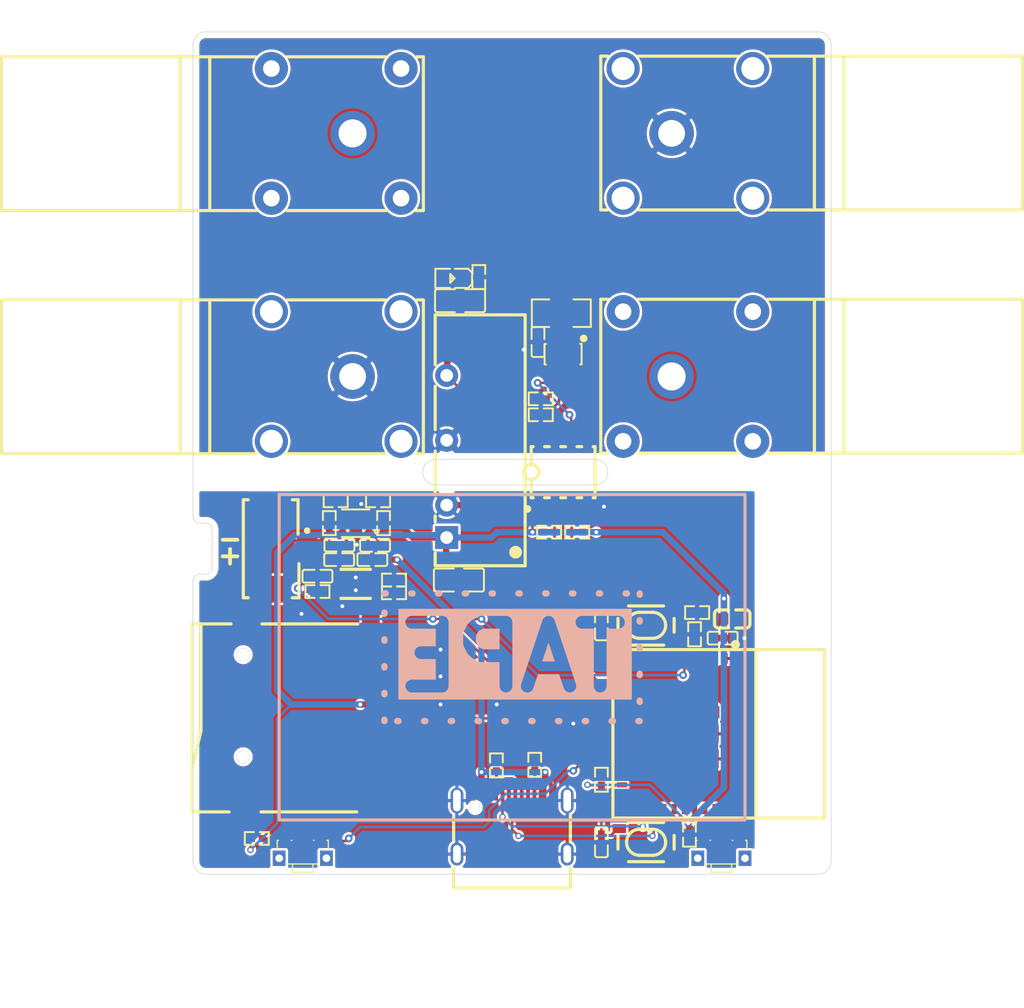
<source format=kicad_pcb>
(kicad_pcb (version 20241229) (generator "pcbnew") (generator_version "9.0")
  (layers (0 "F.Cu" signal) (2 "B.Cu" signal) (13 "F.Paste" user) (15 "B.Paste" user) (5 "F.SilkS" user "F.Silkscreen") (7 "B.SilkS" user "B.Silkscreen") (1 "F.Mask" user) (3 "B.Mask" user) (25 "Edge.Cuts" user))
  (net 0 "")
  (net 1 "GND")
  (net 2 "buttons[0].button.button.package-_3")
  (net 3 "DAT2")
  (net 4 "ILIM_VSET")
  (net 5 "buttons[0].button.button.package-_4")
  (net 6 "A8")
  (net 7 "input_connectors.black_plug-_4")
  (net 8 "input_connectors.red_plug-_4")
  (net 9 "output_connectors.red_plug-_1")
  (net 10 "input-2")
  (net 11 "input_connectors.red_plug-_3")
  (net 12 "input-1")
  (net 13 "micro_sd_card.receptacle.package.footprint.pins[0].net-net")
  (net 14 "INneg")
  (net 15 "output_connectors.red_plug-_3")
  (net 16 "ALERT")
  (net 18 "input_connectors.black_plug-_2")
  (net 19 "input_connectors.red_plug-_1")
  (net 20 "FB")
  (net 21 "B8")
  (net 22 "output_connectors.red_plug-_2")
  (net 23 "hv-2")
  (net 24 "nCE")
  (net 25 "output_connectors.black_plug-_4")
  (net 26 "DNC")
  (net 27 "hv-4")
  (net 28 "output_connectors.black_plug-_2")
  (net 29 "output_connectors.black_plug-_1")
  (net 30 "output_connectors.black_plug-_3")
  (net 31 "input_connectors.black_plug-_1")
  (net 32 "output_connectors.red_plug-_4")
  (net 33 "ISET")
  (net 34 "buttons[1].button.button.package-_4")
  (net 35 "A5")
  (net 36 "DAT1")
  (net 37 "input_connectors.black_plug-_3")
  (net 38 "TS_MR")
  (net 39 "B5")
  (net 40 "CD_DAT3")
  (net 41 "INpos")
  (net 42 "input_connectors.red_plug-_2")
  (net 43 "buttons[1].button.button.package-_3")
  (net 44 "usb_c.conn.footprint.pins[0].net-net")
  (net 45 "EN")
  (net 46 "cathode")
  (net 47 "hv-1")
  (net 48 "gnd-1")
  (net 49 "SCL2")
  (net 50 "SDA2")
  (net 51 "hv-3")
  (net 52 "microcontroller.esp32_module.package.footprint.pins[52].net-net")
  (net 53 "microcontroller.esp32_module.package.footprint.pins[6].net-net")
  (net 54 "line-6")
  (net 55 "microcontroller.esp32_module.package.footprint.pins[28].net-net")
  (net 56 "microcontroller.esp32_module.package.footprint.pins[1].net-net")
  (net 57 "microcontroller.esp32_module.package.footprint.pins[27].net-net")
  (net 58 "microcontroller.esp32_module.package.footprint.pins[50].net-net")
  (net 59 "line-2")
  (net 60 "input")
  (net 61 "microcontroller.esp32_module.package.footprint.pins[21].net-net")
  (net 62 "gnd")
  (net 63 "microcontroller.esp32_module.package.footprint.pins[17].net-net")
  (net 64 "microcontroller.esp32_module.package.footprint.pins[8].net-net")
  (net 65 "line-8")
  (net 66 "microcontroller.esp32_module.package.footprint.pins[16].net-net")
  (net 67 "microcontroller.esp32_module.package.footprint.pins[33].net-net")
  (net 68 "microcontroller.esp32_module.package.footprint.pins[20].net-net")
  (net 69 "microcontroller.esp32_module.package.footprint.pins[26].net-net")
  (net 70 "line-7")
  (net 71 "hv")
  (net 72 "output")
  (net 73 "microcontroller.esp32_module.package.footprint.pins[25].net-net")
  (net 74 "line-10")
  (net 75 "line-11")
  (net 76 "output-3")
  (net 77 "line-1")
  (net 78 "line")
  (net 79 "line-3")
  (net 80 "output-1")
  (net 81 "output-2")
  (net 82 "line-5")
  (net 83 "line-9")
  (net 84 "CD")
  (net 85 "line-4")
  (footprint "Samsung_Electro_Mechanics_CL10A226MQ8NRNC:C0603" (layer "F.Cu") (at 17.25 46 0)
    (property "Reference" "C9" (hide yes))
    (property "Value" "22µF ±20% 6.3V X5R")
  )
  (footprint "BQ25185DLHR_BQ25185DLHR:WSON-10_L2.2-W2.0-P0.40-BL-EP_TI_DLH0010A" (layer "F.Cu") (at -12.25 43.25 -90)
    (property "Reference" "U1" (hide yes))
    (property "Value" "")
  )
  (footprint "UNI_ROYAL_0402WGF1002TCE:R0402" (layer "F.Cu") (at -15.25 43.85 180)
    (property "Reference" "R2" (hide yes))
    (property "Value" "10kΩ ±1% 62.5mW")
  )
  (footprint "Espressif_Systems_ESP32_C3_MINI_1_N4:WIFIM-SMD_ESP32-C3-MINI-1" (layer "F.Cu") (at 13.5 55 -90)
    (property "Reference" "U4" (hide yes))
    (property "Value" "")
  )
  (footprint "UNI_ROYAL_0402WGF1503TCE:R0402" (layer "F.Cu") (at -14.32 38.49 90)
    (property "Reference" "R8" (hide yes))
    (property "Value" "150kΩ ±1% 62.5mW")
  )
  (footprint "UNI_ROYAL_0402WGF1002TCE:R0402" (layer "F.Cu") (at 5.1 39.2 0)
    (property "Reference" "R14" (hide yes))
    (property "Value" "10kΩ ±1% 62.5mW")
  )
  (footprint "UNI_ROYAL_0402WGF1003TCE:R0402" (layer "F.Cu") (at -13.82 36.74 0)
    (property "Reference" "R7" (hide yes))
    (property "Value" "100kΩ ±1% 62.5mW")
  )
  (footprint "Changzhou_Amass_Elec_24_245_1:ANT-TH_L33.0-W12.0_RED" (layer "F.Cu") (at -13.78 7.95 0)
    (property "Reference" "J4" (hide yes))
    (property "Value" "")
  )
  (footprint "UNI_ROYAL_0402WGF2001TCE:R0402" (layer "F.Cu") (at -10.5 36.74 180)
    (property "Reference" "R9" (hide yes))
    (property "Value" "2kΩ ±1% 62.5mW")
  )
  (footprint "Changzhou_Amass_Elec_24_245_2:ANT-TH_L33.0-W12.0_BLACK" (layer "F.Cu") (at -13.78 27 0)
    (property "Reference" "J3" (hide yes))
    (property "Value" "")
  )
  (footprint "UNI_ROYAL_0402WGF1002TCE:R0402" (layer "F.Cu") (at 14.3 47.2 90)
    (property "Reference" "R11" (hide yes))
    (property "Value" "10kΩ ±1% 62.5mW")
  )
  (footprint "UNI_ROYAL_0402WGF1002TCE:R0402" (layer "F.Cu") (at 2.25 30 180)
    (property "Reference" "R20" (hide yes))
    (property "Value" "10kΩ ±1% 62.5mW")
  )
  (footprint "jieerrui_JER1206F1R025:R1206" (layer "F.Cu") (at 3.86 22.04 180)
    (property "Reference" "R6" (hide yes))
    (property "Value" "25mΩ ±1% 1W")
  )
  (footprint "Korean_Hroparts_Elec_TF_01A:TF-SMD_TF-01A" (layer "F.Cu") (at -15.5 53.75 -90)
    (property "Reference" "Card1" (hide yes))
    (property "Value" "")
  )
  (footprint "Samsung_Electro_Mechanics_CL05A105KA5NQNC:C0402" (layer "F.Cu") (at -15.25 42.65 180)
    (property "Reference" "C1" (hide yes))
    (property "Value" "1µF ±10% 25V X5R")
  )
  (footprint "UNI_ROYAL_0402WGF1002TCE:R0402" (layer "F.Cu") (at 2.25 28.75 180)
    (property "Reference" "R19" (hide yes))
    (property "Value" "10kΩ ±1% 62.5mW")
  )
  (footprint "UNI_ROYAL_0402WGF1002TCE:R0402" (layer "F.Cu") (at -20 63.2 180)
    (property "Reference" "R5" (hide yes))
    (property "Value" "10kΩ ±1% 62.5mW")
  )
  (footprint "kinghelm_KH_TYPE_C_16P:USB-C-SMD_KH-TYPE-C-16P" (layer "F.Cu") (at 0 62 0)
    (property "Reference" "USB1" (hide yes))
    (property "Value" "")
  )
  (footprint "UNI_ROYAL_0402WGF1003TCE:R0402" (layer "F.Cu") (at -9.25 43.95 0)
    (property "Reference" "R3" (hide yes))
    (property "Value" "100kΩ ±1% 62.5mW")
  )
  (footprint "UNI_ROYAL_0402WGF1002TCE:R0402" (layer "F.Cu") (at 14.5 45.5 0)
    (property "Reference" "R13" (hide yes))
    (property "Value" "10kΩ ±1% 62.5mW")
  )
  (footprint "UNI_ROYAL_0402WGF1002TCE:R0402" (layer "F.Cu") (at 2.9 39.2 180)
    (property "Reference" "R15" (hide yes))
    (property "Value" "10kΩ ±1% 62.5mW")
  )
  (footprint "YLPTEC_B2405S_2WR3:PWRM-TH_BXXXXS-2WR3" (layer "F.Cu") (at -5.125 33.27 90)
    (property "Reference" "U5" (hide yes))
    (property "Value" "")
  )
  (footprint "TEXAS_INSTRUMENTS_ISO1640BDR:SOIC-8_L4.9-W3.9-P1.27-LS6.0-TL" (layer "F.Cu") (at 4 34.5 90)
    (property "Reference" "U6" (hide yes))
    (property "Value" "")
  )
  (footprint "TEXAS_INSTRUMENTS_INA232AIDDFR:SOT-23-8_L2.9-W1.6-P0.65-LS2.8-BR" (layer "F.Cu") (at 4 25.25 90)
    (property "Reference" "U2" (hide yes))
    (property "Value" "")
  )
  (footprint "Samsung_Electro_Mechanics_CL05A105KA5NQNC:C0402" (layer "F.Cu") (at -10.95 41.35 180)
    (property "Reference" "C3" (hide yes))
    (property "Value" "1µF ±10% 25V X5R")
  )
  (footprint "Samsung_Electro_Mechanics_CL05A105KA5NQNC:C0402" (layer "F.Cu") (at -10.734604 40.228139 180)
    (property "Reference" "C5" (hide yes))
    (property "Value" "1µF ±10% 25V X5R")
  )
  (footprint "Samsung_Electro_Mechanics_CL05B104KO5NNNC:C0402" (layer "F.Cu") (at 16.5 47.5 0)
    (property "Reference" "C12" (hide yes))
    (property "Value" "100nF ±10% 16V X7R")
  )
  (footprint "Samsung_Electro_Mechanics_CL21A106KAYNNNE:C0805" (layer "F.Cu") (at -4.075 21.06 0)
    (property "Reference" "C11" (hide yes))
    (property "Value" "10µF ±10% 25V X5R")
  )
  (footprint "TI_TLV75901PDRVR:WSON-6_L2.0-W2.0-P0.65-TL-EP" (layer "F.Cu") (at -12.25 38.5 180)
    (property "Reference" "U3" (hide yes))
    (property "Value" "")
  )
  (footprint "UNI_ROYAL_0402WGF1002TCE:R0402" (layer "F.Cu") (at 7 58.6 -90)
    (property "Reference" "R12" (hide yes))
    (property "Value" "10kΩ ±1% 62.5mW")
  )
  (footprint "ALPSALPINE_SKTDLDE010:KEY-SMD_SKTDLDE010" (layer "F.Cu") (at 16.4 64 180)
    (property "Reference" "SW1" (hide yes))
    (property "Value" "")
  )
  (footprint "UNI_ROYAL_0402WGF2001TCE:R0402" (layer "F.Cu") (at -2.605 19.21 -90)
    (property "Reference" "R18" (hide yes))
    (property "Value" "2kΩ ±1% 62.5mW")
  )
  (footprint "UNI_ROYAL_0402WGF4701TCE:R0402" (layer "F.Cu") (at 1.773595 57.43043 90)
    (property "Reference" "R17" (hide yes))
    (property "Value" "4.7kΩ ±1% 62.5mW")
  )
  (footprint "Samsung_Electro_Mechanics_CL21B225KAFNNNE:C0805" (layer "F.Cu") (at -4.165 42.95 0)
    (property "Reference" "C10" (hide yes))
    (property "Value" "2.2µF ±10% 25V X7R")
  )
  (footprint "ALPSALPINE_SKTDLDE010:KEY-SMD_SKTDLDE010" (layer "F.Cu") (at -16.4 64 180)
    (property "Reference" "SW2" (hide yes))
    (property "Value" "")
  )
  (footprint "Samsung_Electro_Mechanics_CL05B104KO5NNNC:C0402" (layer "F.Cu") (at 7 46.5 -90)
    (property "Reference" "C8" (hide yes))
    (property "Value" "100nF ±10% 16V X7R")
  )
  (footprint "UNI_ROYAL_0402WGF1002TCE:R0402" (layer "F.Cu") (at -9.25 42.95 0)
    (property "Reference" "R1" (hide yes))
    (property "Value" "10kΩ ±1% 62.5mW")
  )
  (footprint "ALPSALPINE_SKRPACE010:KEY-SMD_4P-L4.2-W3.2-P2.20-LS4.6" (layer "F.Cu") (at 10.5 63.5 180)
    (property "Reference" "SW3" (hide yes))
    (property "Value" "")
  )
  (footprint "Samsung_Electro_Mechanics_CL05B104KO5NNNC:C0402" (layer "F.Cu") (at 7 63.5 90)
    (property "Reference" "C7" (hide yes))
    (property "Value" "100nF ±10% 16V X7R")
  )
  (footprint "UNI_ROYAL_0402WGF1002TCE:R0402" (layer "F.Cu") (at 13.9 62.9 90)
    (property "Reference" "R4" (hide yes))
    (property "Value" "10kΩ ±1% 62.5mW")
  )
  (footprint "Murata_Electronics_GRM155R60J106ME44D:C0402" (layer "F.Cu") (at -13.55 41.35 0)
    (property "Reference" "C2" (hide yes))
    (property "Value" "10µF ±20% 6.3V X5R")
  )
  (footprint "MOLEX_532610271:CONN-SMD_532610271" (layer "F.Cu") (at -17.5 40.5 90)
    (property "Reference" "U7" (hide yes))
    (property "Value" "")
  )
  (footprint "Changzhou_Amass_Elec_24_245_2:ANT-TH_L33.0-W12.0_BLACK" (layer "F.Cu") (at 13.78 7.95 180)
    (property "Reference" "J1" (hide yes))
    (property "Value" "")
  )
  (footprint "Samsung_Electro_Mechanics_CL05A105KA5NQNC:C0402" (layer "F.Cu") (at -13.528652 40.210399 0)
    (property "Reference" "C6" (hide yes))
    (property "Value" "1µF ±10% 25V X5R")
  )
  (footprint "UNI_ROYAL_0402WGF1002TCE:R0402" (layer "F.Cu") (at -10.07 38.49 90)
    (property "Reference" "R10" (hide yes))
    (property "Value" "10kΩ ±1% 62.5mW")
  )
  (footprint "Samsung_Electro_Mechanics_CL05B104KO5NNNC:C0402" (layer "F.Cu") (at 2.03 24.3 -90)
    (property "Reference" "C4" (hide yes))
    (property "Value" "100nF ±10% 16V X7R")
  )
  (footprint "ALPSALPINE_SKRPACE010:KEY-SMD_4P-L4.2-W3.2-P2.20-LS4.6" (layer "F.Cu") (at 10.5 46.5 0)
    (property "Reference" "SW4" (hide yes))
    (property "Value" "")
  )
  (footprint "Changzhou_Amass_Elec_24_245_1:ANT-TH_L33.0-W12.0_RED" (layer "F.Cu") (at 13.78 27 180)
    (property "Reference" "J2" (hide yes))
    (property "Value" "")
  )
  (footprint "UNI_ROYAL_0402WGF4701TCE:R0402" (layer "F.Cu") (at -1.227051 57.477503 90)
    (property "Reference" "R16" (hide yes))
    (property "Value" "4.7kΩ ±1% 62.5mW")
  )
  (footprint "Hubei_KENTO_Elec_KT_0603G:LED0603-RD" (layer "F.Cu") (at -4.625 19.31 180)
    (property "Reference" "D1" (hide yes))
    (property "Value" "")
  )
  (footprint "EEMB_BATTERY_LP402535:EEMB_BATTERY_LP402535" (layer "B.Cu") (at 0 49 -90)
    (property "Reference" "B1" (hide yes))
    (property "Value" "")
  )
  (via (at -2.4 58) (size 0.5) (drill 0.3) (layers "F.Cu" "B.Cu") (net 23))
  (via (at -9 41.35) (size 0.5) (drill 0.3) (layers "F.Cu" "B.Cu") (net 23))
  (via (at 2.6 58) (size 0.5) (drill 0.3) (layers "F.Cu" "B.Cu") (net 23))
  (via (at 0.9 24.9) (size 0.5) (drill 0.3) (layers "F.Cu" "B.Cu") (net 48))
  (via (at 4.5 30) (size 0.6) (drill 0.3) (layers "F.Cu" "B.Cu") (net 49))
  (via (at 2 27.5) (size 0.6) (drill 0.3) (layers "F.Cu" "B.Cu") (net 49))
  (via (at 10.25 62.25) (size 0.5) (drill 0.3) (layers "F.Cu" "B.Cu") (net 54))
  (via (at -0.75 61.5) (size 0.5) (drill 0.3) (layers "F.Cu" "B.Cu") (net 54))
  (via (at -5.6 50.5) (size 0.5) (drill 0.3) (layers "F.Cu" "B.Cu") (net 62))
  (via (at -11.82 36.99) (size 0.6) (drill 0.3) (layers "F.Cu" "B.Cu") (net 62))
  (via (at -1.2 52.7) (size 0.5) (drill 0.3) (layers "F.Cu" "B.Cu") (net 62))
  (via (at -13.3 45) (size 0.5) (drill 0.3) (layers "F.Cu" "B.Cu") (net 62))
  (via (at -12.25 42.75) (size 0.5) (drill 0.3) (layers "F.Cu" "B.Cu") (net 62))
  (via (at -12.25 43.75) (size 0.5) (drill 0.3) (layers "F.Cu" "B.Cu") (net 62))
  (via (at 4.8 54.2) (size 0.5) (drill 0.3) (layers "F.Cu" "B.Cu") (net 62))
  (via (at 18.2 47.5) (size 0.5) (drill 0.3) (layers "F.Cu" "B.Cu") (net 62))
  (via (at -5.6 52.7) (size 0.5) (drill 0.3) (layers "F.Cu" "B.Cu") (net 62))
  (via (at -5.6 48.4) (size 0.5) (drill 0.3) (layers "F.Cu" "B.Cu") (net 62))
  (via (at -16.5 45.6) (size 0.5) (drill 0.3) (layers "F.Cu" "B.Cu") (net 62))
  (via (at 7.2 37.2) (size 0.5) (drill 0.3) (layers "F.Cu" "B.Cu") (net 62))
  (via (at -12.171543 40.183789) (size 0.6) (drill 0.3) (layers "F.Cu" "B.Cu") (net 62))
  (via (at 0.5 63) (size 0.5) (drill 0.3) (layers "F.Cu" "B.Cu") (net 70))
  (via (at 11 63) (size 0.5) (drill 0.3) (layers "F.Cu" "B.Cu") (net 70))
  (via (at 6.6 39.2) (size 0.5) (drill 0.3) (layers "F.Cu" "B.Cu") (net 71))
  (via (at 16.6 44.4) (size 0.5) (drill 0.3) (layers "F.Cu" "B.Cu") (net 71))
  (via (at -11.9 52.7) (size 0.5) (drill 0.3) (layers "F.Cu" "B.Cu") (net 71))
  (via (at 5.9 59) (size 0.5) (drill 0.3) (layers "F.Cu" "B.Cu") (net 71))
  (via (at 1.6 39.2) (size 0.5) (drill 0.3) (layers "F.Cu" "B.Cu") (net 71))
  (via (at 13.8 62) (size 0.6) (drill 0.3) (layers "F.Cu" "B.Cu") (net 71))
  (via (at -20.5 64.1) (size 0.5) (drill 0.3) (layers "F.Cu" "B.Cu") (net 71))
  (via (at -6.2 46) (size 0.6) (drill 0.3) (layers "F.Cu" "B.Cu") (net 79))
  (via (at -2.4 46) (size 0.6) (drill 0.3) (layers "F.Cu" "B.Cu") (net 79))
  (via (at -16.8 43.6) (size 0.6) (drill 0.3) (layers "F.Cu" "B.Cu") (net 79))
  (via (at 13.4 50.4) (size 0.6) (drill 0.3) (layers "F.Cu" "B.Cu") (net 79))
  (via (at 4.8 57.9) (size 0.6) (drill 0.3) (layers "F.Cu" "B.Cu") (net 81))
  (via (at -12.8 63.2) (size 0.6) (drill 0.3) (layers "F.Cu" "B.Cu") (net 81))
  (zone (net 23) (net_name "hv-2") (layers "F.Cu") (priority 4) (connect_pads yes (clearance 0.2)) (min_thickness 0.2) (fill yes (thermal_gap 0.2) (thermal_bridge_width 0.2))
    (polygon (pts (xy -11.65 42.65) (xy -11.65 41.95) (xy -10.95 41.95) (xy -10.95 40.85) (xy -9.75 40.85) (xy -9.75 41.85) (xy -10.75 42.65)))
  )
  (zone (net 62) (net_name "gnd") (layers "F.Cu") (connect_pads (clearance 0.2)) (min_thickness 0.2) (fill yes (thermal_gap 0.2) (thermal_bridge_width 0.2))
    (polygon (pts (xy 19.1 44.8) (xy 19.1 65.2) (xy 6.5 65.2) (xy 6.5 44.8)))
  )
  (zone (net 27) (net_name "hv-4") (layers "F.Cu") (priority 3) (connect_pads yes (clearance 0.2)) (min_thickness 0.2) (fill yes (thermal_gap 0.2) (thermal_bridge_width 0.2))
    (polygon (pts (xy -12.85 42.65) (xy -12.85 41.95) (xy -13.55 41.95) (xy -13.55 40.85) (xy -14.75 40.85) (xy -14.75 41.85) (xy -13.75 42.65)))
  )
  (zone (net 62) (net_name "gnd") (layers "F.Cu") (priority 2) (connect_pads yes (clearance 0.2)) (min_thickness 0.2) (fill yes (thermal_gap 0.2) (thermal_bridge_width 0.2))
    (polygon (pts (xy -10.95 40.85) (xy -13.55 40.85) (xy -13.55 41.95) (xy -12.85 41.95) (xy -12.85 43.85) (xy -13.55 43.85) (xy -13.55 44.55) (xy -11.65 44.55) (xy -11.65 41.95) (xy -10.95 41.95)))
  )
  (zone (net 62) (net_name "gnd") (layers "F.Cu" "B.Cu") (connect_pads (clearance 0.2)) (min_thickness 0.2) (fill yes (thermal_gap 0.2) (thermal_bridge_width 0.25))
    (polygon (pts (xy -27.5 72) (xy 26.5 72) (xy 26.5 35.5) (xy -27.5 35.5)))
  )
  (zone (net 48) (net_name "gnd-1") (layers "F.Cu" "B.Cu") (priority 1) (connect_pads (clearance 0.2)) (min_thickness 0.2) (fill yes (thermal_gap 0.2) (thermal_bridge_width 0.5))
    (polygon (pts (xy -27.5 33.5) (xy 26.5 33.5) (xy 26.5 -2.5) (xy -27.5 -2.5)))
  )
  (zone (net 0) (net_name "") (layers "F.Cu" "B.Cu") (name "isolation") (connect_pads (clearance 0)) (min_thickness 0.25) (fill (thermal_gap 0.5) (thermal_bridge_width 0.5))
    (keepout (tracks not_allowed) (vias not_allowed) (pads not_allowed) (copperpour not_allowed) (footprints allowed))
    (polygon (pts (xy -27.5 33) (xy 26.5 33) (xy 26.5 36) (xy -27.5 36)))
  )
  (segment (start -10.35 43.65) (end -10.05 43.95) (width 0.2) (net 4) (layer "F.Cu"))
  (segment (start -11.2 43.65) (end -10.35 43.65) (width 0.2) (net 4) (layer "F.Cu"))
  (segment (start -10.05 43.95) (end -9.68 43.95) (width 0.2) (net 4) (layer "F.Cu"))
  (segment (start -19.59 63.2) (end -19.39 63.4) (width 0.2) (net 10) (layer "F.Cu"))
  (segment (start -19.57 63.2) (end -17.99 63.2) (width 0.2) (net 10) (layer "F.Cu"))
  (segment (start 15.01 63.4) (end 13.97 63.4) (width 0.2) (net 12) (layer "F.Cu"))
  (segment (start 13.97 63.4) (end 13.9 63.33) (width 0.2) (net 12) (layer "F.Cu"))
  (segment (start 2.38 22.04) (end 2.38 18.88) (width 1) (net 14) (layer "F.Cu"))
  (segment (start -12.5 7.95) (end -5.55 7.95) (width 4) (net 14) (layer "F.Cu"))
  (segment (start 2.25 15.75) (end 2.25 18.75) (width 4) (net 14) (layer "F.Cu"))
  (segment (start -5.55 7.95) (end 2.25 15.75) (width 4) (net 14) (layer "F.Cu"))
  (segment (start 4.33 24.02) (end 4.33 23.195) (width 0.2) (net 14) (layer "F.Cu"))
  (segment (start 3.175 22.04) (end 2.38 22.04) (width 0.2) (net 14) (layer "F.Cu"))
  (segment (start 4.33 23.195) (end 3.175 22.04) (width 0.2) (net 14) (layer "F.Cu"))
  (segment (start 2.38 18.88) (end 2.25 18.75) (width 1) (net 14) (layer "F.Cu"))
  (segment (start -10.07 38.06) (end -10.07 36.74) (width 0.15) (net 20) (layer "F.Cu"))
  (segment (start -11.015 38.5) (end -10.575 38.06) (width 0.15) (net 20) (layer "F.Cu"))
  (segment (start -10.575 38.06) (end -10.07 38.06) (width 0.15) (net 20) (layer "F.Cu"))
  (segment (start -11.22 38.5) (end -11.015 38.5) (width 0.15) (net 20) (layer "F.Cu"))
  (segment (start -2.4 58.4) (end -2.449 58.449) (width 0.5) (net 23) (layer "F.Cu"))
  (segment (start -2.4 58) (end -2.4 58.4) (width 0.5) (net 23) (layer "F.Cu"))
  (segment (start -10.4 41.35) (end -9 41.35) (width 0.5) (net 23) (layer "F.Cu"))
  (segment (start 2.449 58.479) (end 2.449 59.58) (width 0.5) (net 23) (layer "F.Cu"))
  (segment (start -2.449 58.449) (end -2.449 59.58) (width 0.5) (net 23) (layer "F.Cu"))
  (segment (start 2.6 58) (end 2.6 58.34743) (width 0.5) (net 23) (layer "F.Cu"))
  (segment (start 2.475165 58.452835) (end 2.449 58.479) (width 0.5) (net 23) (layer "F.Cu"))
  (segment (start 2.494595 58.452835) (end 2.475165 58.452835) (width 0.5) (net 23) (layer "F.Cu"))
  (segment (start 2.6 58.34743) (end 2.494595 58.452835) (width 0.5) (net 23) (layer "F.Cu"))
  (segment (start -9 41.35) (end -2.4 47.95) (width 0.5) (net 23) (layer "B.Cu"))
  (segment (start -2.4 58) (end 2.6 58) (width 0.5) (net 23) (layer "B.Cu"))
  (segment (start -2.4 47.95) (end -2.4 58) (width 0.5) (net 23) (layer "B.Cu"))
  (segment (start -13.949 43.65) (end -13.3 43.65) (width 0.2) (net 24) (layer "F.Cu"))
  (segment (start -14.82 43.85) (end -14.149 43.85) (width 0.2) (net 24) (layer "F.Cu"))
  (segment (start -14.149 43.85) (end -13.949 43.65) (width 0.2) (net 24) (layer "F.Cu"))
  (segment (start -14.1 40.231747) (end -14.078652 40.210399) (width 0.4) (net 27) (layer "F.Cu"))
  (segment (start -14.32 38.92) (end -14.32 39.969051) (width 0.15) (net 27) (layer "F.Cu"))
  (segment (start -13.3 39.17) (end -13.28 39.15) (width 0.15) (net 27) (layer "F.Cu"))
  (segment (start -14.1 41.35) (end -14.1 40.231747) (width 0.4) (net 27) (layer "F.Cu"))
  (segment (start -14.07 39.17) (end -13.3 39.17) (width 0.15) (net 27) (layer "F.Cu"))
  (segment (start -14.32 38.92) (end -14.07 39.17) (width 0.15) (net 27) (layer "F.Cu"))
  (segment (start -14.32 39.969051) (end -14.078652 40.210399) (width 0.15) (net 27) (layer "F.Cu"))
  (segment (start -10.35 43.25) (end -10.05 42.95) (width 0.2) (net 33) (layer "F.Cu"))
  (segment (start -11.2 43.25) (end -10.35 43.25) (width 0.2) (net 33) (layer "F.Cu"))
  (segment (start -10.05 42.95) (end -9.68 42.95) (width 0.2) (net 33) (layer "F.Cu"))
  (segment (start -1.227051 59.557051) (end -1.25 59.58) (width 0.25) (net 35) (layer "F.Cu"))
  (segment (start -1.227051 57.987503) (end -1.227051 59.557051) (width 0.25) (net 35) (layer "F.Cu"))
  (segment (start 1.773595 57.94043) (end 1.773595 59.556405) (width 0.25) (net 39) (layer "F.Cu"))
  (segment (start 1.773595 59.556405) (end 1.75 59.58) (width 0.25) (net 39) (layer "F.Cu"))
  (segment (start 4.98 24.02) (end 4.98 22.4) (width 0.2) (net 41) (layer "F.Cu"))
  (segment (start 8 25.75) (end 9.25 27) (width 4) (net 41) (layer "F.Cu"))
  (segment (start 4.98 22.4) (end 5.34 22.04) (width 0.2) (net 41) (layer "F.Cu"))
  (segment (start 8 24.75) (end 8 25.75) (width 1) (net 41) (layer "F.Cu"))
  (segment (start 9.25 27) (end 12.5 27) (width 4) (net 41) (layer "F.Cu"))
  (segment (start 5.34 22.04) (end 5.34 22.34) (width 1) (net 41) (layer "F.Cu"))
  (segment (start 5.34 22.04) (end 5.34 22.09) (width 1) (net 41) (layer "F.Cu"))
  (segment (start 5.34 22.09) (end 8 24.75) (width 1) (net 41) (layer "F.Cu"))
  (segment (start -13.28 37.85) (end -13.86 37.85) (width 0.15) (net 45) (layer "F.Cu"))
  (segment (start -14.07 38.06) (end -14.32 38.06) (width 0.15) (net 45) (layer "F.Cu"))
  (segment (start -14.25 37.99) (end -14.32 38.06) (width 0.15) (net 45) (layer "F.Cu"))
  (segment (start -14.25 36.74) (end -14.25 37.99) (width 0.15) (net 45) (layer "F.Cu"))
  (segment (start -13.86 37.85) (end -14.07 38.06) (width 0.15) (net 45) (layer "F.Cu"))
  (segment (start -2.605 18.78) (end -3.295 18.78) (width 0.15) (net 46) (layer "F.Cu"))
  (segment (start -3.295 18.78) (end -3.825 19.31) (width 0.15) (net 46) (layer "F.Cu"))
  (segment (start -3.615 19.52) (end -3.825 19.31) (width 0.15) (net 46) (layer "F.Cu"))
  (segment (start -5.075 23.75) (end -5.075 26.87) (width 0.5) (net 47) (layer "F.Cu"))
  (segment (start 1.82 30.57) (end 1.82 30) (width 0.2) (net 47) (layer "F.Cu"))
  (segment (start -3.295 28.75) (end -5.125 26.92) (width 0.2) (net 47) (layer "F.Cu"))
  (segment (start 1.82 28.75) (end -3.295 28.75) (width 0.2) (net 47) (layer "F.Cu"))
  (segment (start 3.001805 23.75) (end 3.02 23.768195) (width 0.2) (net 47) (layer "F.Cu"))
  (segment (start 2.03 23.75) (end -5.075 23.75) (width 0.2) (net 47) (layer "F.Cu"))
  (segment (start 1.82 30) (end 1.82 28.75) (width 0.2) (net 47) (layer "F.Cu"))
  (segment (start -5.075 26.87) (end -5.125 26.92) (width 0.15) (net 47) (layer "F.Cu"))
  (segment (start -5.425 20.71) (end -5.075 21.06) (width 0.15) (net 47) (layer "F.Cu"))
  (segment (start 2.03 23.75) (end 3.001805 23.75) (width 0.2) (net 47) (layer "F.Cu"))
  (segment (start 3.02 23.768195) (end 3.02 24.02) (width 0.2) (net 47) (layer "F.Cu"))
  (segment (start 2.1 30.85) (end 1.82 30.57) (width 0.2) (net 47) (layer "F.Cu"))
  (segment (start 2.1 31.76) (end 2.1 30.85) (width 0.2) (net 47) (layer "F.Cu"))
  (segment (start -5.425 19.31) (end -5.425 20.71) (width 0.15) (net 47) (layer "F.Cu"))
  (segment (start -5.075 21.06) (end -5.075 23.75) (width 0.5) (net 47) (layer "F.Cu"))
  (segment (start 2.126 24.946) (end 3.217166 24.946) (width 0.2) (net 48) (layer "F.Cu"))
  (segment (start -2.605 19.64) (end -2.605 20.59) (width 0.15) (net 48) (layer "F.Cu"))
  (segment (start 3.217166 24.946) (end 3.68 24.483166) (width 0.2) (net 48) (layer "F.Cu"))
  (segment (start 2.03 24.85) (end 2.126 24.946) (width 0.2) (net 48) (layer "F.Cu"))
  (segment (start 3.68 24.483166) (end 3.68 24.02) (width 0.2) (net 48) (layer "F.Cu"))
  (segment (start -2.605 20.59) (end -3.075 21.06) (width 0.15) (net 48) (layer "F.Cu"))
  (segment (start 3.02 26.48) (end 3.02 27.5) (width 0.2) (net 49) (layer "F.Cu"))
  (segment (start 3.02 27.5) (end 3.02 28.41) (width 0.2) (net 49) (layer "F.Cu"))
  (segment (start 4.63 30.13) (end 4.5 30) (width 0.2) (net 49) (layer "F.Cu"))
  (segment (start 3.02 28.41) (end 2.68 28.75) (width 0.2) (net 49) (layer "F.Cu"))
  (segment (start 4.63 31.76) (end 4.63 30.13) (width 0.2) (net 49) (layer "F.Cu"))
  (segment (start 2 27.5) (end 3.02 27.5) (width 0.2) (net 49) (layer "F.Cu"))
  (segment (start 4.5 30) (end 2 27.5) (width 0.2) (net 49) (layer "B.Cu"))
  (segment (start 3.37 31.76) (end 3.37 30.69) (width 0.2) (net 50) (layer "F.Cu"))
  (segment (start 3.68 29) (end 3.68 26.48) (width 0.2) (net 50) (layer "F.Cu"))
  (segment (start 3.37 30.69) (end 2.68 30) (width 0.2) (net 50) (layer "F.Cu"))
  (segment (start 2.68 30) (end 3.68 29) (width 0.2) (net 50) (layer "F.Cu"))
  (segment (start -14.7 42.5) (end -14.7 42.65) (width 0.4) (net 51) (layer "F.Cu"))
  (segment (start -15.88 41.12) (end -15.1 41.9) (width 0.4) (net 51) (layer "F.Cu"))
  (segment (start -15.1 42.1) (end -14.7 42.5) (width 0.4) (net 51) (layer "F.Cu"))
  (segment (start -13.3 42.85) (end -13.95 42.85) (width 0.2) (net 51) (layer "F.Cu"))
  (segment (start -13.95 42.85) (end -14.15 42.65) (width 0.2) (net 51) (layer "F.Cu"))
  (segment (start -16.05 41.12) (end -15.88 41.12) (width 0.4) (net 51) (layer "F.Cu"))
  (segment (start -14.15 42.65) (end -14.7 42.65) (width 0.2) (net 51) (layer "F.Cu"))
  (segment (start -15.1 41.9) (end -15.1 42.1) (width 0.4) (net 51) (layer "F.Cu"))
  (segment (start 10.3 60.9) (end 10.3 62.2) (width 0.2) (net 54) (layer "F.Cu"))
  (segment (start 0.25 58.75) (end 0 58.5) (width 0.2) (net 54) (layer "F.Cu"))
  (segment (start -0.75 61.5) (end -0.75 59.58) (width 0.2) (net 54) (layer "F.Cu"))
  (segment (start 0.25 59.58) (end 0.25 58.75) (width 0.2) (net 54) (layer "F.Cu"))
  (segment (start -0.75 58.75) (end -0.75 59.58) (width 0.2) (net 54) (layer "F.Cu"))
  (segment (start 10.3 62.2) (end 10.25 62.25) (width 0.2) (net 54) (layer "F.Cu"))
  (segment (start 0 58.5) (end -0.5 58.5) (width 0.2) (net 54) (layer "F.Cu"))
  (segment (start -0.5 58.5) (end -0.75 58.75) (width 0.2) (net 54) (layer "F.Cu"))
  (segment (start 10.25 62.25) (end 0 62.25) (width 0.2) (net 54) (layer "B.Cu"))
  (segment (start 0 62.25) (end -0.75 61.5) (width 0.2) (net 54) (layer "B.Cu"))
  (segment (start 14.3 47.63) (end 14.3 49.1) (width 0.2) (net 59) (layer "F.Cu"))
  (segment (start 14 45.43) (end 14.07 45.5) (width 0.2) (net 60) (layer "F.Cu"))
  (segment (start 7.75 45.95) (end 7 45.95) (width 0.2) (net 60) (layer "F.Cu"))
  (segment (start 8.4 45.43) (end 8.27 45.43) (width 0.2) (net 60) (layer "F.Cu"))
  (segment (start 8.27 45.43) (end 7.75 45.95) (width 0.2) (net 60) (layer "F.Cu"))
  (segment (start 12.6 45.43) (end 14 45.43) (width 0.2) (net 60) (layer "F.Cu"))
  (segment (start 15.48 53.02) (end 16.3 52.2) (width 0.2) (net 62) (layer "F.Cu"))
  (segment (start -11.284604 40.228139) (end -12.960912 40.228139) (width 0.15) (net 62) (layer "F.Cu"))
  (segment (start 7.75 64.05) (end 7 64.05) (width 0.2) (net 62) (layer "F.Cu"))
  (segment (start -5.125 37.08) (end -3.845 37.08) (width 0.5) (net 62) (layer "F.Cu"))
  (segment (start -12.171543 40.183789) (end -12.25 40.105332) (width 0.15) (net 62) (layer "F.Cu"))
  (segment (start -11.22 37.85) (end -11.22 37.59) (width 0.15) (net 62) (layer "F.Cu"))
  (segment (start -12.25 40.105332) (end -12.25 38.5) (width 0.15) (net 62) (layer "F.Cu"))
  (segment (start 8.27 64.57) (end 7.75 64.05) (width 0.2) (net 62) (layer "F.Cu"))
  (segment (start -13.39 36.74) (end -12.07 36.74) (width 0.15) (net 62) (layer "F.Cu"))
  (segment (start -12.25 38.5) (end -12.25 37.42) (width 0.15) (net 62) (layer "F.Cu"))
  (segment (start -3.165 37.76) (end -3.165 42.95) (width 0.5) (net 62) (layer "F.Cu"))
  (segment (start -12.07 36.74) (end -11.82 36.99) (width 0.15) (net 62) (layer "F.Cu"))
  (segment (start -12.960912 40.228139) (end -12.978652 40.210399) (width 0.15) (net 62) (layer "F.Cu"))
  (segment (start -3.845 37.08) (end -3.165 37.76) (width 0.5) (net 62) (layer "F.Cu"))
  (segment (start -11.57 36.74) (end -11.82 36.99) (width 0.15) (net 62) (layer "F.Cu"))
  (segment (start -10.93 36.74) (end -11.57 36.74) (width 0.15) (net 62) (layer "F.Cu"))
  (segment (start 8.4 64.57) (end 8.27 64.57) (width 0.2) (net 62) (layer "F.Cu"))
  (segment (start -11.22 37.59) (end -11.82 36.99) (width 0.15) (net 62) (layer "F.Cu"))
  (segment (start -12.25 37.42) (end -11.82 36.99) (width 0.15) (net 62) (layer "F.Cu"))
  (segment (start 11.1 60.9) (end 11.1 62.9) (width 0.2) (net 70) (layer "F.Cu"))
  (segment (start 0.75 60.5) (end 0.75 59.58) (width 0.2) (net 70) (layer "F.Cu"))
  (segment (start -0.25 60.5) (end 0 60.75) (width 0.2) (net 70) (layer "F.Cu"))
  (segment (start 11.1 62.9) (end 11 63) (width 0.2) (net 70) (layer "F.Cu"))
  (segment (start 0.5 60.75) (end 0.75 60.5) (width 0.2) (net 70) (layer "F.Cu"))
  (segment (start 0.5 63) (end 0 62.5) (width 0.2) (net 70) (layer "F.Cu"))
  (segment (start -0.25 59.58) (end -0.25 60.5) (width 0.2) (net 70) (layer "F.Cu"))
  (segment (start 0 62.5) (end 0 60.75) (width 0.2) (net 70) (layer "F.Cu"))
  (segment (start 0 60.75) (end 0.5 60.75) (width 0.2) (net 70) (layer "F.Cu"))
  (segment (start 11 63) (end 0.5 63) (width 0.2) (net 70) (layer "B.Cu"))
  (segment (start 5.53 39.2) (end 6.6 39.2) (width 0.2) (net 71) (layer "F.Cu"))
  (segment (start 15.95 46.6) (end 16.55 46) (width 0.4) (net 71) (layer "F.Cu"))
  (segment (start 2.1 38.2) (end 1.6 38.7) (width 0.2) (net 71) (layer "F.Cu"))
  (segment (start 2.1 37.24) (end 2.1 38.2) (width 0.2) (net 71) (layer "F.Cu"))
  (segment (start 2.47 39.2) (end 1.6 39.2) (width 0.2) (net 71) (layer "F.Cu"))
  (segment (start 14.93 45.5) (end 14.93 46.74) (width 0.2) (net 71) (layer "F.Cu"))
  (segment (start -10.3 39.15) (end -10.07 38.92) (width 0.15) (net 71) (layer "F.Cu"))
  (segment (start -5.165 42.95) (end -5.165 39.66) (width 0.5) (net 71) (layer "F.Cu"))
  (segment (start 13.9 62.1) (end 13.8 62) (width 0.2) (net 71) (layer "F.Cu"))
  (segment (start 14.93 46.74) (end 14.9 46.77) (width 0.2) (net 71) (layer "F.Cu"))
  (segment (start -8.48 38.92) (end -7.78 39.62) (width 0.5) (net 71) (layer "F.Cu"))
  (segment (start 13.9 62.47) (end 13.9 62.1) (width 0.2) (net 71) (layer "F.Cu"))
  (segment (start -7.78 39.62) (end -5.125 39.62) (width 0.5) (net 71) (layer "F.Cu"))
  (segment (start -5.165 39.66) (end -5.125 39.62) (width 0.15) (net 71) (layer "F.Cu"))
  (segment (start -20.5 64.1) (end -20.5 63.27) (width 0.2) (net 71) (layer "F.Cu"))
  (segment (start 5.93 59.03) (end 5.9 59) (width 0.2) (net 71) (layer "F.Cu"))
  (segment (start 14.3 46.77) (end 14.9 46.77) (width 0.2) (net 71) (layer "F.Cu"))
  (segment (start 15.9 49.1) (end 15.9 47.55) (width 0.4) (net 71) (layer "F.Cu"))
  (segment (start 16.6 44.4) (end 16.6 45.95) (width 0.5) (net 71) (layer "F.Cu"))
  (segment (start -11.22 39.15) (end -10.3 39.15) (width 0.15) (net 71) (layer "F.Cu"))
  (segment (start 7 59.03) (end 5.93 59.03) (width 0.2) (net 71) (layer "F.Cu"))
  (segment (start -10.184604 40.228139) (end -10.184604 40.185396) (width 0.15) (net 71) (layer "F.Cu"))
  (segment (start 16.6 45.95) (end 16.55 46) (width 0.5) (net 71) (layer "F.Cu"))
  (segment (start 1.6 38.7) (end 1.6 39.2) (width 0.2) (net 71) (layer "F.Cu"))
  (segment (start 15.95 47.5) (end 15.95 46.6) (width 0.4) (net 71) (layer "F.Cu"))
  (segment (start -10.07 38.92) (end -8.48 38.92) (width 0.5) (net 71) (layer "F.Cu"))
  (segment (start -20.5 63.27) (end -20.43 63.2) (width 0.2) (net 71) (layer "F.Cu"))
  (segment (start 14.9 46.77) (end 15.78 46.77) (width 0.2) (net 71) (layer "F.Cu"))
  (segment (start -11.9 52.7) (end -10.23 52.7) (width 0.5) (net 71) (layer "F.Cu"))
  (segment (start 15.9 47.55) (end 15.95 47.5) (width 0.4) (net 71) (layer "F.Cu"))
  (segment (start 15.78 46.77) (end 15.95 46.6) (width 0.2) (net 71) (layer "F.Cu"))
  (segment (start -10.23 52.7) (end -10.22 52.69) (width 0.5) (net 71) (layer "F.Cu"))
  (segment (start -10.184604 40.185396) (end -11.22 39.15) (width 0.15) (net 71) (layer "F.Cu"))
  (segment (start -5.125 39.62) (end -1.62 39.62) (width 0.5) (net 71) (layer "B.Cu"))
  (segment (start -1.62 39.62) (end -1.4 39.4) (width 0.5) (net 71) (layer "B.Cu"))
  (segment (start -5.312211 39.432789) (end -17.032789 39.432789) (width 0.5) (net 71) (layer "B.Cu"))
  (segment (start -17.3 52.7) (end -18.4 53.8) (width 0.2) (net 71) (layer "B.Cu"))
  (segment (start -1.2 39.2) (end 1.6 39.2) (width 0.5) (net 71) (layer "B.Cu"))
  (segment (start 16.6 44.4) (end 16.6 59.2) (width 0.5) (net 71) (layer "B.Cu"))
  (segment (start -17.032789 39.432789) (end -18.1 40.5) (width 0.5) (net 71) (layer "B.Cu"))
  (segment (start 16.6 59.2) (end 13.8 62) (width 0.5) (net 71) (layer "B.Cu"))
  (segment (start -18.4 60.9) (end -18.4 62) (width 0.2) (net 71) (layer "B.Cu"))
  (segment (start 16.4 43.8) (end 16.6 44) (width 0.5) (net 71) (layer "B.Cu"))
  (segment (start 6.6 39.2) (end 7.4 39.2) (width 0.5) (net 71) (layer "B.Cu"))
  (segment (start -18.4 51.5) (end -18.4 51.6) (width 0.5) (net 71) (layer "B.Cu"))
  (segment (start -18.4 51.6) (end -17.7 52.3) (width 0.5) (net 71) (layer "B.Cu"))
  (segment (start -18.4 62) (end -20.5 64.1) (width 0.2) (net 71) (layer "B.Cu"))
  (segment (start 5.9 59) (end 10.8 59) (width 0.2) (net 71) (layer "B.Cu"))
  (segment (start -18.1 40.5) (end -18.4 40.8) (width 0.5) (net 71) (layer "B.Cu"))
  (segment (start 1.6 39.2) (end 6.6 39.2) (width 0.5) (net 71) (layer "B.Cu"))
  (segment (start -17.7 52.3) (end -17.3 52.7) (width 0.5) (net 71) (layer "B.Cu"))
  (segment (start 16.6 44) (end 16.6 44.4) (width 0.5) (net 71) (layer "B.Cu"))
  (segment (start -1.4 39.4) (end -1.2 39.2) (width 0.5) (net 71) (layer "B.Cu"))
  (segment (start 7.4 39.2) (end 11.8 39.2) (width 0.5) (net 71) (layer "B.Cu"))
  (segment (start -5.125 39.62) (end -5.312211 39.432789) (width 0.5) (net 71) (layer "B.Cu"))
  (segment (start -17.3 52.7) (end -11.9 52.7) (width 0.5) (net 71) (layer "B.Cu"))
  (segment (start 11.8 39.2) (end 16.4 43.8) (width 0.5) (net 71) (layer "B.Cu"))
  (segment (start 10.8 59) (end 13.8 62) (width 0.2) (net 71) (layer "B.Cu"))
  (segment (start -18.4 40.8) (end -18.4 51.5) (width 0.5) (net 71) (layer "B.Cu"))
  (segment (start -18.4 53.8) (end -18.4 60.9) (width 0.2) (net 71) (layer "B.Cu"))
  (segment (start 7.75 47.05) (end 7 47.05) (width 0.2) (net 72) (layer "F.Cu"))
  (segment (start 11.9 48.2) (end 11.9 49.1) (width 0.2) (net 72) (layer "F.Cu"))
  (segment (start 8.27 47.57) (end 7.75 47.05) (width 0.2) (net 72) (layer "F.Cu"))
  (segment (start 12.53 47.57) (end 11.9 48.2) (width 0.2) (net 72) (layer "F.Cu"))
  (segment (start 8.4 47.57) (end 8.27 47.57) (width 0.2) (net 72) (layer "F.Cu"))
  (segment (start 12.6 47.57) (end 12.53 47.57) (width 0.2) (net 72) (layer "F.Cu"))
  (segment (start 8.6 58.2) (end 7.03 58.2) (width 0.2) (net 74) (layer "F.Cu"))
  (segment (start 7.03 58.2) (end 7 58.17) (width 0.2) (net 74) (layer "F.Cu"))
  (segment (start 7.75 62.95) (end 7 62.95) (width 0.2) (net 76) (layer "F.Cu"))
  (segment (start 8.1 59) (end 7 60.1) (width 0.2) (net 76) (layer "F.Cu"))
  (segment (start 8.4 62.43) (end 8.27 62.43) (width 0.2) (net 76) (layer "F.Cu"))
  (segment (start 7 60.1) (end 7 62.95) (width 0.2) (net 76) (layer "F.Cu"))
  (segment (start 8.6 59) (end 8.1 59) (width 0.2) (net 76) (layer "F.Cu"))
  (segment (start 8.27 62.43) (end 7.75 62.95) (width 0.2) (net 76) (layer "F.Cu"))
  (segment (start 3.33 37.28) (end 3.37 37.24) (width 0.2) (net 77) (layer "F.Cu"))
  (segment (start 3.33 39.93) (end 4.269 40.869) (width 0.2) (net 77) (layer "F.Cu"))
  (segment (start 3.33 39.2) (end 3.33 39.93) (width 0.2) (net 77) (layer "F.Cu"))
  (segment (start 4.269 48.4361) (end 6.8329 51) (width 0.2) (net 77) (layer "F.Cu"))
  (segment (start 4.269 40.869) (end 4.269 48.4361) (width 0.2) (net 77) (layer "F.Cu"))
  (segment (start 6.8329 51) (end 8.6 51) (width 0.2) (net 77) (layer "F.Cu"))
  (segment (start 3.33 39.2) (end 3.33 37.28) (width 0.2) (net 77) (layer "F.Cu"))
  (segment (start 4.67 39.2) (end 4.67 37.28) (width 0.2) (net 78) (layer "F.Cu"))
  (segment (start 4.67 37.28) (end 4.63 37.24) (width 0.2) (net 78) (layer "F.Cu"))
  (segment (start 4.67 39.2) (end 4.67 48.27) (width 0.2) (net 78) (layer "F.Cu"))
  (segment (start 6.6 50.2) (end 8.6 50.2) (width 0.2) (net 78) (layer "F.Cu"))
  (segment (start 4.67 48.27) (end 6.6 50.2) (width 0.2) (net 78) (layer "F.Cu"))
  (segment (start -13.3 43.25) (end -16.45 43.25) (width 0.2) (net 79) (layer "F.Cu"))
  (segment (start 13.4 50.4) (end 13.5 50.3) (width 0.2) (net 79) (layer "F.Cu"))
  (segment (start -16.45 43.25) (end -16.8 43.6) (width 0.2) (net 79) (layer "F.Cu"))
  (segment (start -6.2 46) (end -2.4 46) (width 0.2) (net 79) (layer "F.Cu"))
  (segment (start 13.5 50.3) (end 13.5 49.1) (width 0.2) (net 79) (layer "F.Cu"))
  (segment (start -16.8 43.6) (end -14.4 46) (width 0.2) (net 79) (layer "B.Cu"))
  (segment (start -2.4 46) (end 2 50.4) (width 0.2) (net 79) (layer "B.Cu"))
  (segment (start 2 50.4) (end 13.4 50.4) (width 0.2) (net 79) (layer "B.Cu"))
  (segment (start -14.4 46) (end -6.2 46) (width 0.2) (net 79) (layer "B.Cu"))
  (segment (start 14.3 61.4) (end 15 62.1) (width 0.2) (net 80) (layer "F.Cu"))
  (segment (start 17.5 62.1) (end 17.79 62.39) (width 0.2) (net 80) (layer "F.Cu"))
  (segment (start 17.79 62.39) (end 17.79 63.4) (width 0.2) (net 80) (layer "F.Cu"))
  (segment (start 15 62.1) (end 17.5 62.1) (width 0.2) (net 80) (layer "F.Cu"))
  (segment (start 14.3 60.9) (end 14.3 61.4) (width 0.2) (net 80) (layer "F.Cu"))
  (segment (start -12.8 63.2) (end -13 63.4) (width 0.2) (net 81) (layer "F.Cu"))
  (segment (start 5.3 57.4) (end 4.8 57.9) (width 0.2) (net 81) (layer "F.Cu"))
  (segment (start 8.6 57.4) (end 5.3 57.4) (width 0.2) (net 81) (layer "F.Cu"))
  (segment (start -13 63.4) (end -15.01 63.4) (width 0.2) (net 81) (layer "F.Cu"))
  (segment (start 4.8 57.9) (end 4.4 57.9) (width 0.2) (net 81) (layer "B.Cu"))
  (segment (start 2.6 59.7) (end -0.1 59.7) (width 0.2) (net 81) (layer "B.Cu"))
  (segment (start -1.8 61) (end -1.8 61.9) (width 0.2) (net 81) (layer "B.Cu"))
  (segment (start -0.1 59.7) (end -0.5 59.7) (width 0.2) (net 81) (layer "B.Cu"))
  (segment (start 4.4 57.9) (end 3.2 59.1) (width 0.2) (net 81) (layer "B.Cu"))
  (segment (start -1.6 60.8) (end -1.8 61) (width 0.2) (net 81) (layer "B.Cu"))
  (segment (start -0.5 59.7) (end -1.6 60.8) (width 0.2) (net 81) (layer "B.Cu"))
  (segment (start -2.9 62.3) (end -11.9 62.3) (width 0.2) (net 81) (layer "B.Cu"))
  (segment (start -2.2 62.3) (end -2.9 62.3) (width 0.2) (net 81) (layer "B.Cu"))
  (segment (start -1.8 61.9) (end -2.2 62.3) (width 0.2) (net 81) (layer "B.Cu"))
  (segment (start 3.2 59.1) (end 2.6 59.7) (width 0.2) (net 81) (layer "B.Cu"))
  (segment (start -11.9 62.3) (end -12.8 63.2) (width 0.2) (net 81) (layer "B.Cu"))
  (segment (start 8.6 55.8) (end 2.9 55.8) (width 0.2) (net 82) (layer "F.Cu"))
  (segment (start 2.9 55.8) (end -1.31 51.59) (width 0.2) (net 82) (layer "F.Cu"))
  (segment (start -1.31 51.59) (end -10.22 51.59) (width 0.2) (net 82) (layer "F.Cu"))
  (segment (start -10.22 53.79) (end 0.19 53.79) (width 0.2) (net 83) (layer "F.Cu"))
  (segment (start 0.19 53.79) (end 3 56.6) (width 0.2) (net 83) (layer "F.Cu"))
  (segment (start 3 56.6) (end 8.6 56.6) (width 0.2) (net 83) (layer "F.Cu"))
  (segment (start -4.01 47.19) (end -10.22 47.19) (width 0.2) (net 84) (layer "F.Cu"))
  (segment (start 8.6 53.4) (end 2.2 53.4) (width 0.2) (net 84) (layer "F.Cu"))
  (segment (start 2.2 53.4) (end -4.01 47.19) (width 0.2) (net 84) (layer "F.Cu"))
  (segment (start -4.5 49.4) (end -4.6 49.4) (width 0.2) (net 85) (layer "F.Cu"))
  (segment (start 2.9 55) (end -2.7 49.4) (width 0.2) (net 85) (layer "F.Cu"))
  (segment (start -2.7 49.4) (end -4.5 49.4) (width 0.2) (net 85) (layer "F.Cu"))
  (segment (start -4.5 49.4) (end -4.51 49.39) (width 0.2) (net 85) (layer "F.Cu"))
  (segment (start -4.51 49.39) (end -10.22 49.39) (width 0.2) (net 85) (layer "F.Cu"))
  (segment (start 8.6 55) (end 2.9 55) (width 0.2) (net 85) (layer "F.Cu"))
  (gr_line (start -23.5 39) (end -23.5 41.999999) (stroke (width 0.05)) (layer "Edge.Cuts"))
  (gr_line (start 6.5 35.5) (end -6 35.5) (stroke (width 0.05)) (layer "Edge.Cuts"))
  (gr_line (start 24 66) (end -24 66) (stroke (width 0.05)) (layer "Edge.Cuts"))
  (gr_line (start -24.499999 38.5) (end -24 38.5) (stroke (width 0.05)) (layer "Edge.Cuts"))
  (gr_line (start -24.499999 42.5) (end -24 42.5) (stroke (width 0.05)) (layer "Edge.Cuts"))
  (gr_line (start 25 1) (end 25 65) (stroke (width 0.05)) (layer "Edge.Cuts"))
  (gr_line (start 6.5 33.5) (end -6 33.5) (stroke (width 0.05)) (layer "Edge.Cuts"))
  (gr_line (start -24 0) (end 24 0) (stroke (width 0.05)) (layer "Edge.Cuts"))
  (gr_line (start -25 43.000001) (end -25 65) (stroke (width 0.05)) (layer "Edge.Cuts"))
  (gr_line (start -25 37.999999) (end -25 1) (stroke (width 0.05)) (layer "Edge.Cuts"))
  (gr_arc (start -24 66) (mid -24.707107 65.707107) (end -25 65) (stroke (width 0.05)) (layer "Edge.Cuts"))
  (gr_arc (start -24 38.5) (mid -23.646447 38.646447) (end -23.5 39) (stroke (width 0.05)) (layer "Edge.Cuts"))
  (gr_arc (start -25 1) (mid -24.707107 0.292893) (end -24 0) (stroke (width 0.05)) (layer "Edge.Cuts"))
  (gr_arc (start 25 65) (mid 24.707107 65.707107) (end 24 66) (stroke (width 0.05)) (layer "Edge.Cuts"))
  (gr_arc (start 24 0) (mid 24.707107 0.292893) (end 25 1) (stroke (width 0.05)) (layer "Edge.Cuts"))
  (gr_arc (start -23.5 42) (mid -23.646447 42.353553) (end -24 42.5) (stroke (width 0.05)) (layer "Edge.Cuts"))
  (gr_arc (start -6 35.5) (mid -7 34.5) (end -6 33.5) (stroke (width 0.05)) (layer "Edge.Cuts"))
  (gr_arc (start -24.5 38.5) (mid -24.853553 38.353553) (end -25 38) (stroke (width 0.05)) (layer "Edge.Cuts"))
  (gr_arc (start 6.5 33.5) (mid 7.5 34.5) (end 6.5 35.5) (stroke (width 0.05)) (layer "Edge.Cuts"))
  (gr_arc (start -25 43) (mid -24.853553 42.646447) (end -24.5 42.5) (stroke (width 0.05)) (layer "Edge.Cuts"))
  (gr_text "+" (at -22.1 41.2 180) (layer "F.SilkS") (effects (font (size 1.5 1.5) (thickness 0.3))))
  (gr_text "-" (at -22.1 39.9 180) (layer "F.SilkS") (effects (font (size 1.5 1.5) (thickness 0.3))))
)
</source>
